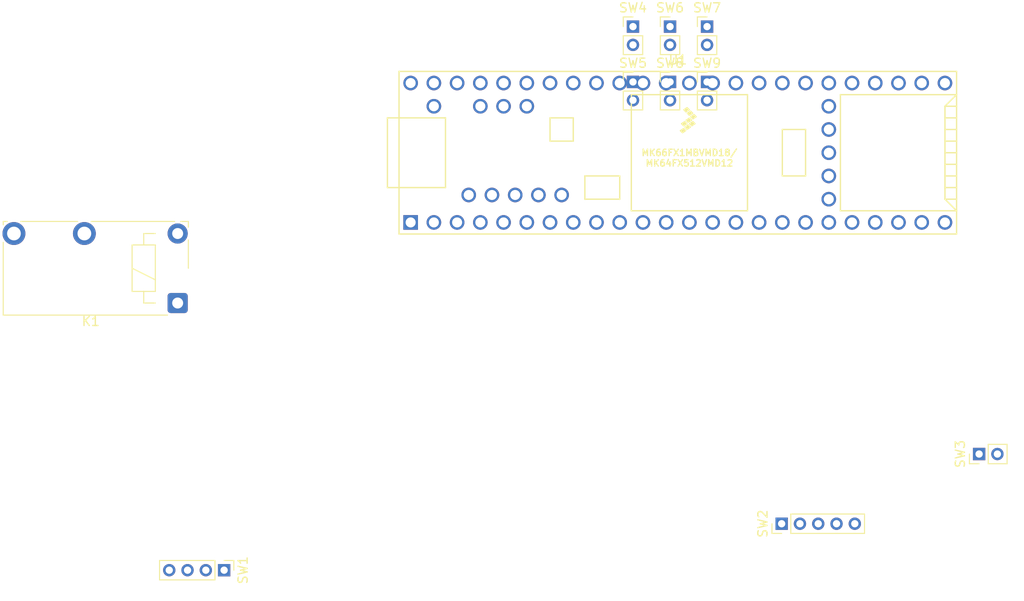
<source format=kicad_pcb>
(kicad_pcb (version 20171130) (host pcbnew "(5.1.2-1)-1")

  (general
    (thickness 1.6)
    (drawings 0)
    (tracks 0)
    (zones 0)
    (modules 11)
    (nets 13)
  )

  (page A4)
  (layers
    (0 F.Cu signal)
    (31 B.Cu signal)
    (32 B.Adhes user)
    (33 F.Adhes user)
    (34 B.Paste user)
    (35 F.Paste user)
    (36 B.SilkS user)
    (37 F.SilkS user)
    (38 B.Mask user)
    (39 F.Mask user)
    (40 Dwgs.User user)
    (41 Cmts.User user)
    (42 Eco1.User user)
    (43 Eco2.User user)
    (44 Edge.Cuts user)
    (45 Margin user)
    (46 B.CrtYd user)
    (47 F.CrtYd user)
    (48 B.Fab user)
    (49 F.Fab user)
  )

  (setup
    (last_trace_width 0.25)
    (trace_clearance 0.2)
    (zone_clearance 0.508)
    (zone_45_only no)
    (trace_min 0.2)
    (via_size 0.8)
    (via_drill 0.4)
    (via_min_size 0.4)
    (via_min_drill 0.3)
    (uvia_size 0.3)
    (uvia_drill 0.1)
    (uvias_allowed no)
    (uvia_min_size 0.2)
    (uvia_min_drill 0.1)
    (edge_width 0.05)
    (segment_width 0.2)
    (pcb_text_width 0.3)
    (pcb_text_size 1.5 1.5)
    (mod_edge_width 0.12)
    (mod_text_size 1 1)
    (mod_text_width 0.15)
    (pad_size 1.524 1.524)
    (pad_drill 0.762)
    (pad_to_mask_clearance 0.051)
    (solder_mask_min_width 0.25)
    (aux_axis_origin 0 0)
    (visible_elements FFFFFF7F)
    (pcbplotparams
      (layerselection 0x010fc_ffffffff)
      (usegerberextensions false)
      (usegerberattributes false)
      (usegerberadvancedattributes false)
      (creategerberjobfile false)
      (excludeedgelayer true)
      (linewidth 0.100000)
      (plotframeref false)
      (viasonmask false)
      (mode 1)
      (useauxorigin false)
      (hpglpennumber 1)
      (hpglpenspeed 20)
      (hpglpendiameter 15.000000)
      (psnegative false)
      (psa4output false)
      (plotreference true)
      (plotvalue true)
      (plotinvisibletext false)
      (padsonsilk false)
      (subtractmaskfromsilk false)
      (outputformat 1)
      (mirror false)
      (drillshape 1)
      (scaleselection 1)
      (outputdirectory ""))
  )

  (net 0 "")
  (net 1 GND)
  (net 2 "Net-(K1-Pad1)")
  (net 3 /U1_3.3v)
  (net 4 /3.3v_PWR)
  (net 5 /SAS_P4)
  (net 6 /SAS_P2)
  (net 7 /SAS_P1)
  (net 8 /RCS_TOGGLE)
  (net 9 /5v_PWR)
  (net 10 /ABORT)
  (net 11 /SAS_TOGGLE)
  (net 12 /SAS_SELECT)

  (net_class Default "This is the default net class."
    (clearance 0.2)
    (trace_width 0.25)
    (via_dia 0.8)
    (via_drill 0.4)
    (uvia_dia 0.3)
    (uvia_drill 0.1)
    (add_net +5V)
    (add_net /3.3v_PWR)
    (add_net /5v_PWR)
    (add_net /ABORT)
    (add_net /BRAKES_TOGGLE)
    (add_net /GEAR_TOGGLE)
    (add_net /LIGHTS_TOGGLE)
    (add_net /RCS_TOGGLE)
    (add_net /SAS_P1)
    (add_net /SAS_P2)
    (add_net /SAS_P4)
    (add_net /SAS_P8)
    (add_net /SAS_SELECT)
    (add_net /SAS_TOGGLE)
    (add_net /U1_3.3v)
    (add_net GND)
    (add_net "Net-(K1-Pad1)")
    (add_net "Net-(U1-Pad10)")
    (add_net "Net-(U1-Pad11)")
    (add_net "Net-(U1-Pad12)")
    (add_net "Net-(U1-Pad2)")
    (add_net "Net-(U1-Pad23)")
    (add_net "Net-(U1-Pad24)")
    (add_net "Net-(U1-Pad25)")
    (add_net "Net-(U1-Pad26)")
    (add_net "Net-(U1-Pad27)")
    (add_net "Net-(U1-Pad28)")
    (add_net "Net-(U1-Pad29)")
    (add_net "Net-(U1-Pad3)")
    (add_net "Net-(U1-Pad30)")
    (add_net "Net-(U1-Pad31)")
    (add_net "Net-(U1-Pad32)")
    (add_net "Net-(U1-Pad33)")
    (add_net "Net-(U1-Pad34)")
    (add_net "Net-(U1-Pad35)")
    (add_net "Net-(U1-Pad36)")
    (add_net "Net-(U1-Pad37)")
    (add_net "Net-(U1-Pad38)")
    (add_net "Net-(U1-Pad39)")
    (add_net "Net-(U1-Pad4)")
    (add_net "Net-(U1-Pad40)")
    (add_net "Net-(U1-Pad41)")
    (add_net "Net-(U1-Pad42)")
    (add_net "Net-(U1-Pad43)")
    (add_net "Net-(U1-Pad44)")
    (add_net "Net-(U1-Pad45)")
    (add_net "Net-(U1-Pad46)")
    (add_net "Net-(U1-Pad47)")
    (add_net "Net-(U1-Pad48)")
    (add_net "Net-(U1-Pad49)")
    (add_net "Net-(U1-Pad5)")
    (add_net "Net-(U1-Pad50)")
    (add_net "Net-(U1-Pad51)")
    (add_net "Net-(U1-Pad52)")
    (add_net "Net-(U1-Pad53)")
    (add_net "Net-(U1-Pad54)")
    (add_net "Net-(U1-Pad55)")
    (add_net "Net-(U1-Pad56)")
    (add_net "Net-(U1-Pad57)")
    (add_net "Net-(U1-Pad6)")
    (add_net "Net-(U1-Pad7)")
    (add_net "Net-(U1-Pad8)")
    (add_net "Net-(U1-Pad9)")
  )

  (module Connector_PinHeader_2.00mm:PinHeader_1x02_P2.00mm_Vertical (layer F.Cu) (tedit 59FED667) (tstamp 5DB06B3E)
    (at 211.555001 58.375001)
    (descr "Through hole straight pin header, 1x02, 2.00mm pitch, single row")
    (tags "Through hole pin header THT 1x02 2.00mm single row")
    (path /5DB4ACCB)
    (fp_text reference SW9 (at 0 -2.06) (layer F.SilkS)
      (effects (font (size 1 1) (thickness 0.15)))
    )
    (fp_text value SW_Push (at 0 4.06) (layer F.Fab)
      (effects (font (size 1 1) (thickness 0.15)))
    )
    (fp_text user %R (at 0 1 90) (layer F.Fab)
      (effects (font (size 1 1) (thickness 0.15)))
    )
    (fp_line (start 1.5 -1.5) (end -1.5 -1.5) (layer F.CrtYd) (width 0.05))
    (fp_line (start 1.5 3.5) (end 1.5 -1.5) (layer F.CrtYd) (width 0.05))
    (fp_line (start -1.5 3.5) (end 1.5 3.5) (layer F.CrtYd) (width 0.05))
    (fp_line (start -1.5 -1.5) (end -1.5 3.5) (layer F.CrtYd) (width 0.05))
    (fp_line (start -1.06 -1.06) (end 0 -1.06) (layer F.SilkS) (width 0.12))
    (fp_line (start -1.06 0) (end -1.06 -1.06) (layer F.SilkS) (width 0.12))
    (fp_line (start -1.06 1) (end 1.06 1) (layer F.SilkS) (width 0.12))
    (fp_line (start 1.06 1) (end 1.06 3.06) (layer F.SilkS) (width 0.12))
    (fp_line (start -1.06 1) (end -1.06 3.06) (layer F.SilkS) (width 0.12))
    (fp_line (start -1.06 3.06) (end 1.06 3.06) (layer F.SilkS) (width 0.12))
    (fp_line (start -1 -0.5) (end -0.5 -1) (layer F.Fab) (width 0.1))
    (fp_line (start -1 3) (end -1 -0.5) (layer F.Fab) (width 0.1))
    (fp_line (start 1 3) (end -1 3) (layer F.Fab) (width 0.1))
    (fp_line (start 1 -1) (end 1 3) (layer F.Fab) (width 0.1))
    (fp_line (start -0.5 -1) (end 1 -1) (layer F.Fab) (width 0.1))
    (pad 2 thru_hole oval (at 0 2) (size 1.35 1.35) (drill 0.8) (layers *.Cu *.Mask)
      (net 12 /SAS_SELECT))
    (pad 1 thru_hole rect (at 0 0) (size 1.35 1.35) (drill 0.8) (layers *.Cu *.Mask)
      (net 4 /3.3v_PWR))
    (model ${KISYS3DMOD}/Connector_PinHeader_2.00mm.3dshapes/PinHeader_1x02_P2.00mm_Vertical.wrl
      (at (xyz 0 0 0))
      (scale (xyz 1 1 1))
      (rotate (xyz 0 0 0))
    )
  )

  (module Connector_PinHeader_2.00mm:PinHeader_1x02_P2.00mm_Vertical (layer F.Cu) (tedit 59FED667) (tstamp 5DB06B28)
    (at 207.505001 58.375001)
    (descr "Through hole straight pin header, 1x02, 2.00mm pitch, single row")
    (tags "Through hole pin header THT 1x02 2.00mm single row")
    (path /5DB48EF3)
    (fp_text reference SW8 (at 0 -2.06) (layer F.SilkS)
      (effects (font (size 1 1) (thickness 0.15)))
    )
    (fp_text value SW_SPST (at 0 4.06) (layer F.Fab)
      (effects (font (size 1 1) (thickness 0.15)))
    )
    (fp_text user %R (at 0 1 90) (layer F.Fab)
      (effects (font (size 1 1) (thickness 0.15)))
    )
    (fp_line (start 1.5 -1.5) (end -1.5 -1.5) (layer F.CrtYd) (width 0.05))
    (fp_line (start 1.5 3.5) (end 1.5 -1.5) (layer F.CrtYd) (width 0.05))
    (fp_line (start -1.5 3.5) (end 1.5 3.5) (layer F.CrtYd) (width 0.05))
    (fp_line (start -1.5 -1.5) (end -1.5 3.5) (layer F.CrtYd) (width 0.05))
    (fp_line (start -1.06 -1.06) (end 0 -1.06) (layer F.SilkS) (width 0.12))
    (fp_line (start -1.06 0) (end -1.06 -1.06) (layer F.SilkS) (width 0.12))
    (fp_line (start -1.06 1) (end 1.06 1) (layer F.SilkS) (width 0.12))
    (fp_line (start 1.06 1) (end 1.06 3.06) (layer F.SilkS) (width 0.12))
    (fp_line (start -1.06 1) (end -1.06 3.06) (layer F.SilkS) (width 0.12))
    (fp_line (start -1.06 3.06) (end 1.06 3.06) (layer F.SilkS) (width 0.12))
    (fp_line (start -1 -0.5) (end -0.5 -1) (layer F.Fab) (width 0.1))
    (fp_line (start -1 3) (end -1 -0.5) (layer F.Fab) (width 0.1))
    (fp_line (start 1 3) (end -1 3) (layer F.Fab) (width 0.1))
    (fp_line (start 1 -1) (end 1 3) (layer F.Fab) (width 0.1))
    (fp_line (start -0.5 -1) (end 1 -1) (layer F.Fab) (width 0.1))
    (pad 2 thru_hole oval (at 0 2) (size 1.35 1.35) (drill 0.8) (layers *.Cu *.Mask))
    (pad 1 thru_hole rect (at 0 0) (size 1.35 1.35) (drill 0.8) (layers *.Cu *.Mask)
      (net 9 /5v_PWR))
    (model ${KISYS3DMOD}/Connector_PinHeader_2.00mm.3dshapes/PinHeader_1x02_P2.00mm_Vertical.wrl
      (at (xyz 0 0 0))
      (scale (xyz 1 1 1))
      (rotate (xyz 0 0 0))
    )
  )

  (module Connector_PinHeader_2.00mm:PinHeader_1x02_P2.00mm_Vertical (layer F.Cu) (tedit 59FED667) (tstamp 5DB06B12)
    (at 211.555001 52.325001)
    (descr "Through hole straight pin header, 1x02, 2.00mm pitch, single row")
    (tags "Through hole pin header THT 1x02 2.00mm single row")
    (path /5DB48C3A)
    (fp_text reference SW7 (at 0 -2.06) (layer F.SilkS)
      (effects (font (size 1 1) (thickness 0.15)))
    )
    (fp_text value SW_SPST (at 0 4.06) (layer F.Fab)
      (effects (font (size 1 1) (thickness 0.15)))
    )
    (fp_text user %R (at 0 1 90) (layer F.Fab)
      (effects (font (size 1 1) (thickness 0.15)))
    )
    (fp_line (start 1.5 -1.5) (end -1.5 -1.5) (layer F.CrtYd) (width 0.05))
    (fp_line (start 1.5 3.5) (end 1.5 -1.5) (layer F.CrtYd) (width 0.05))
    (fp_line (start -1.5 3.5) (end 1.5 3.5) (layer F.CrtYd) (width 0.05))
    (fp_line (start -1.5 -1.5) (end -1.5 3.5) (layer F.CrtYd) (width 0.05))
    (fp_line (start -1.06 -1.06) (end 0 -1.06) (layer F.SilkS) (width 0.12))
    (fp_line (start -1.06 0) (end -1.06 -1.06) (layer F.SilkS) (width 0.12))
    (fp_line (start -1.06 1) (end 1.06 1) (layer F.SilkS) (width 0.12))
    (fp_line (start 1.06 1) (end 1.06 3.06) (layer F.SilkS) (width 0.12))
    (fp_line (start -1.06 1) (end -1.06 3.06) (layer F.SilkS) (width 0.12))
    (fp_line (start -1.06 3.06) (end 1.06 3.06) (layer F.SilkS) (width 0.12))
    (fp_line (start -1 -0.5) (end -0.5 -1) (layer F.Fab) (width 0.1))
    (fp_line (start -1 3) (end -1 -0.5) (layer F.Fab) (width 0.1))
    (fp_line (start 1 3) (end -1 3) (layer F.Fab) (width 0.1))
    (fp_line (start 1 -1) (end 1 3) (layer F.Fab) (width 0.1))
    (fp_line (start -0.5 -1) (end 1 -1) (layer F.Fab) (width 0.1))
    (pad 2 thru_hole oval (at 0 2) (size 1.35 1.35) (drill 0.8) (layers *.Cu *.Mask))
    (pad 1 thru_hole rect (at 0 0) (size 1.35 1.35) (drill 0.8) (layers *.Cu *.Mask)
      (net 9 /5v_PWR))
    (model ${KISYS3DMOD}/Connector_PinHeader_2.00mm.3dshapes/PinHeader_1x02_P2.00mm_Vertical.wrl
      (at (xyz 0 0 0))
      (scale (xyz 1 1 1))
      (rotate (xyz 0 0 0))
    )
  )

  (module Connector_PinHeader_2.00mm:PinHeader_1x02_P2.00mm_Vertical (layer F.Cu) (tedit 59FED667) (tstamp 5DB06AFC)
    (at 207.505001 52.325001)
    (descr "Through hole straight pin header, 1x02, 2.00mm pitch, single row")
    (tags "Through hole pin header THT 1x02 2.00mm single row")
    (path /5DB5674E)
    (fp_text reference SW6 (at 0 -2.06) (layer F.SilkS)
      (effects (font (size 1 1) (thickness 0.15)))
    )
    (fp_text value SW_SPST (at 0 4.06) (layer F.Fab)
      (effects (font (size 1 1) (thickness 0.15)))
    )
    (fp_text user %R (at 0 1 90) (layer F.Fab)
      (effects (font (size 1 1) (thickness 0.15)))
    )
    (fp_line (start 1.5 -1.5) (end -1.5 -1.5) (layer F.CrtYd) (width 0.05))
    (fp_line (start 1.5 3.5) (end 1.5 -1.5) (layer F.CrtYd) (width 0.05))
    (fp_line (start -1.5 3.5) (end 1.5 3.5) (layer F.CrtYd) (width 0.05))
    (fp_line (start -1.5 -1.5) (end -1.5 3.5) (layer F.CrtYd) (width 0.05))
    (fp_line (start -1.06 -1.06) (end 0 -1.06) (layer F.SilkS) (width 0.12))
    (fp_line (start -1.06 0) (end -1.06 -1.06) (layer F.SilkS) (width 0.12))
    (fp_line (start -1.06 1) (end 1.06 1) (layer F.SilkS) (width 0.12))
    (fp_line (start 1.06 1) (end 1.06 3.06) (layer F.SilkS) (width 0.12))
    (fp_line (start -1.06 1) (end -1.06 3.06) (layer F.SilkS) (width 0.12))
    (fp_line (start -1.06 3.06) (end 1.06 3.06) (layer F.SilkS) (width 0.12))
    (fp_line (start -1 -0.5) (end -0.5 -1) (layer F.Fab) (width 0.1))
    (fp_line (start -1 3) (end -1 -0.5) (layer F.Fab) (width 0.1))
    (fp_line (start 1 3) (end -1 3) (layer F.Fab) (width 0.1))
    (fp_line (start 1 -1) (end 1 3) (layer F.Fab) (width 0.1))
    (fp_line (start -0.5 -1) (end 1 -1) (layer F.Fab) (width 0.1))
    (pad 2 thru_hole oval (at 0 2) (size 1.35 1.35) (drill 0.8) (layers *.Cu *.Mask)
      (net 11 /SAS_TOGGLE))
    (pad 1 thru_hole rect (at 0 0) (size 1.35 1.35) (drill 0.8) (layers *.Cu *.Mask)
      (net 9 /5v_PWR))
    (model ${KISYS3DMOD}/Connector_PinHeader_2.00mm.3dshapes/PinHeader_1x02_P2.00mm_Vertical.wrl
      (at (xyz 0 0 0))
      (scale (xyz 1 1 1))
      (rotate (xyz 0 0 0))
    )
  )

  (module Connector_PinHeader_2.00mm:PinHeader_1x02_P2.00mm_Vertical (layer F.Cu) (tedit 59FED667) (tstamp 5DB06AE6)
    (at 203.455001 58.375001)
    (descr "Through hole straight pin header, 1x02, 2.00mm pitch, single row")
    (tags "Through hole pin header THT 1x02 2.00mm single row")
    (path /5DB45C9E)
    (fp_text reference SW5 (at 0 -2.06) (layer F.SilkS)
      (effects (font (size 1 1) (thickness 0.15)))
    )
    (fp_text value SW_Push (at 0 4.06) (layer F.Fab)
      (effects (font (size 1 1) (thickness 0.15)))
    )
    (fp_text user %R (at 0 1 90) (layer F.Fab)
      (effects (font (size 1 1) (thickness 0.15)))
    )
    (fp_line (start 1.5 -1.5) (end -1.5 -1.5) (layer F.CrtYd) (width 0.05))
    (fp_line (start 1.5 3.5) (end 1.5 -1.5) (layer F.CrtYd) (width 0.05))
    (fp_line (start -1.5 3.5) (end 1.5 3.5) (layer F.CrtYd) (width 0.05))
    (fp_line (start -1.5 -1.5) (end -1.5 3.5) (layer F.CrtYd) (width 0.05))
    (fp_line (start -1.06 -1.06) (end 0 -1.06) (layer F.SilkS) (width 0.12))
    (fp_line (start -1.06 0) (end -1.06 -1.06) (layer F.SilkS) (width 0.12))
    (fp_line (start -1.06 1) (end 1.06 1) (layer F.SilkS) (width 0.12))
    (fp_line (start 1.06 1) (end 1.06 3.06) (layer F.SilkS) (width 0.12))
    (fp_line (start -1.06 1) (end -1.06 3.06) (layer F.SilkS) (width 0.12))
    (fp_line (start -1.06 3.06) (end 1.06 3.06) (layer F.SilkS) (width 0.12))
    (fp_line (start -1 -0.5) (end -0.5 -1) (layer F.Fab) (width 0.1))
    (fp_line (start -1 3) (end -1 -0.5) (layer F.Fab) (width 0.1))
    (fp_line (start 1 3) (end -1 3) (layer F.Fab) (width 0.1))
    (fp_line (start 1 -1) (end 1 3) (layer F.Fab) (width 0.1))
    (fp_line (start -0.5 -1) (end 1 -1) (layer F.Fab) (width 0.1))
    (pad 2 thru_hole oval (at 0 2) (size 1.35 1.35) (drill 0.8) (layers *.Cu *.Mask)
      (net 10 /ABORT))
    (pad 1 thru_hole rect (at 0 0) (size 1.35 1.35) (drill 0.8) (layers *.Cu *.Mask)
      (net 4 /3.3v_PWR))
    (model ${KISYS3DMOD}/Connector_PinHeader_2.00mm.3dshapes/PinHeader_1x02_P2.00mm_Vertical.wrl
      (at (xyz 0 0 0))
      (scale (xyz 1 1 1))
      (rotate (xyz 0 0 0))
    )
  )

  (module Connector_PinHeader_2.00mm:PinHeader_1x02_P2.00mm_Vertical (layer F.Cu) (tedit 59FED667) (tstamp 5DB06AD0)
    (at 203.455001 52.325001)
    (descr "Through hole straight pin header, 1x02, 2.00mm pitch, single row")
    (tags "Through hole pin header THT 1x02 2.00mm single row")
    (path /5DB499A1)
    (fp_text reference SW4 (at 0 -2.06) (layer F.SilkS)
      (effects (font (size 1 1) (thickness 0.15)))
    )
    (fp_text value SW_SPST (at 0 4.06) (layer F.Fab)
      (effects (font (size 1 1) (thickness 0.15)))
    )
    (fp_text user %R (at 0 1 90) (layer F.Fab)
      (effects (font (size 1 1) (thickness 0.15)))
    )
    (fp_line (start 1.5 -1.5) (end -1.5 -1.5) (layer F.CrtYd) (width 0.05))
    (fp_line (start 1.5 3.5) (end 1.5 -1.5) (layer F.CrtYd) (width 0.05))
    (fp_line (start -1.5 3.5) (end 1.5 3.5) (layer F.CrtYd) (width 0.05))
    (fp_line (start -1.5 -1.5) (end -1.5 3.5) (layer F.CrtYd) (width 0.05))
    (fp_line (start -1.06 -1.06) (end 0 -1.06) (layer F.SilkS) (width 0.12))
    (fp_line (start -1.06 0) (end -1.06 -1.06) (layer F.SilkS) (width 0.12))
    (fp_line (start -1.06 1) (end 1.06 1) (layer F.SilkS) (width 0.12))
    (fp_line (start 1.06 1) (end 1.06 3.06) (layer F.SilkS) (width 0.12))
    (fp_line (start -1.06 1) (end -1.06 3.06) (layer F.SilkS) (width 0.12))
    (fp_line (start -1.06 3.06) (end 1.06 3.06) (layer F.SilkS) (width 0.12))
    (fp_line (start -1 -0.5) (end -0.5 -1) (layer F.Fab) (width 0.1))
    (fp_line (start -1 3) (end -1 -0.5) (layer F.Fab) (width 0.1))
    (fp_line (start 1 3) (end -1 3) (layer F.Fab) (width 0.1))
    (fp_line (start 1 -1) (end 1 3) (layer F.Fab) (width 0.1))
    (fp_line (start -0.5 -1) (end 1 -1) (layer F.Fab) (width 0.1))
    (pad 2 thru_hole oval (at 0 2) (size 1.35 1.35) (drill 0.8) (layers *.Cu *.Mask))
    (pad 1 thru_hole rect (at 0 0) (size 1.35 1.35) (drill 0.8) (layers *.Cu *.Mask)
      (net 9 /5v_PWR))
    (model ${KISYS3DMOD}/Connector_PinHeader_2.00mm.3dshapes/PinHeader_1x02_P2.00mm_Vertical.wrl
      (at (xyz 0 0 0))
      (scale (xyz 1 1 1))
      (rotate (xyz 0 0 0))
    )
  )

  (module Teensey:Teensy35_36 (layer F.Cu) (tedit 5D52142A) (tstamp 5DB03BD2)
    (at 208.355001 66.115001)
    (path /5DAFFFA4)
    (fp_text reference U1 (at 0 -10.16) (layer F.SilkS)
      (effects (font (size 1 1) (thickness 0.15)))
    )
    (fp_text value Teensy3.5 (at 0 10.16) (layer F.Fab)
      (effects (font (size 1 1) (thickness 0.15)))
    )
    (fp_text user MK64FX512VMD12 (at 1.27 1.143) (layer F.SilkS)
      (effects (font (size 0.7 0.7) (thickness 0.15)))
    )
    (fp_text user MK66FX1MBVMD18/ (at 1.27 0) (layer F.SilkS)
      (effects (font (size 0.7 0.7) (thickness 0.15)))
    )
    (fp_poly (pts (xy 1.27 -3.81) (xy 1.524 -3.556) (xy 1.143 -3.302) (xy 0.889 -3.556)) (layer F.SilkS) (width 0.1))
    (fp_poly (pts (xy 1.397 -4.572) (xy 1.651 -4.318) (xy 1.27 -4.064) (xy 1.016 -4.318)) (layer F.SilkS) (width 0.1))
    (fp_poly (pts (xy 1.651 -3.429) (xy 1.905 -3.175) (xy 1.524 -2.921) (xy 1.27 -3.175)) (layer F.SilkS) (width 0.1))
    (fp_poly (pts (xy 1.143 -3.048) (xy 1.397 -2.794) (xy 1.016 -2.54) (xy 0.762 -2.794)) (layer F.SilkS) (width 0.1))
    (fp_poly (pts (xy 1.778 -4.191) (xy 2.032 -3.937) (xy 1.651 -3.683) (xy 1.397 -3.937)) (layer F.SilkS) (width 0.1))
    (fp_poly (pts (xy 0.635 -2.667) (xy 0.889 -2.413) (xy 0.508 -2.159) (xy 0.254 -2.413)) (layer F.SilkS) (width 0.1))
    (fp_poly (pts (xy 0.762 -3.429) (xy 1.016 -3.175) (xy 0.635 -2.921) (xy 0.381 -3.175)) (layer F.SilkS) (width 0.1))
    (fp_poly (pts (xy 1.016 -4.953) (xy 1.27 -4.699) (xy 0.889 -4.445) (xy 0.635 -4.699)) (layer F.SilkS) (width 0.1))
    (fp_line (start -30.48 8.89) (end -30.48 -8.89) (layer F.SilkS) (width 0.15))
    (fp_line (start 30.48 -8.89) (end 30.48 8.89) (layer F.SilkS) (width 0.15))
    (fp_line (start 11.43 -2.54) (end 13.97 -2.54) (layer F.SilkS) (width 0.15))
    (fp_line (start 11.43 2.54) (end 11.43 -2.54) (layer F.SilkS) (width 0.15))
    (fp_line (start 13.97 2.54) (end 11.43 2.54) (layer F.SilkS) (width 0.15))
    (fp_line (start 13.97 -2.54) (end 13.97 2.54) (layer F.SilkS) (width 0.15))
    (fp_line (start -25.4 3.81) (end -30.48 3.81) (layer F.SilkS) (width 0.15))
    (fp_line (start -25.4 -3.81) (end -30.48 -3.81) (layer F.SilkS) (width 0.15))
    (fp_line (start -25.4 3.81) (end -25.4 -3.81) (layer F.SilkS) (width 0.15))
    (fp_line (start -31.75 -3.81) (end -30.48 -3.81) (layer F.SilkS) (width 0.15))
    (fp_line (start -31.75 3.81) (end -31.75 -3.81) (layer F.SilkS) (width 0.15))
    (fp_line (start -30.48 3.81) (end -31.75 3.81) (layer F.SilkS) (width 0.15))
    (fp_line (start -30.48 8.89) (end 30.48 8.89) (layer F.SilkS) (width 0.15))
    (fp_line (start 30.48 -8.89) (end -30.48 -8.89) (layer F.SilkS) (width 0.15))
    (fp_line (start 17.78 6.35) (end 30.48 6.35) (layer F.SilkS) (width 0.15))
    (fp_line (start 17.78 -6.35) (end 17.78 6.35) (layer F.SilkS) (width 0.15))
    (fp_line (start 30.48 -6.35) (end 17.78 -6.35) (layer F.SilkS) (width 0.15))
    (fp_line (start 29.21 -5.08) (end 30.48 -6.35) (layer F.SilkS) (width 0.15))
    (fp_line (start 29.21 5.08) (end 29.21 -5.08) (layer F.SilkS) (width 0.15))
    (fp_line (start 30.48 6.35) (end 29.21 5.08) (layer F.SilkS) (width 0.15))
    (fp_line (start 29.21 -5.08) (end 30.48 -5.08) (layer F.SilkS) (width 0.15))
    (fp_line (start 29.21 -3.81) (end 30.48 -3.81) (layer F.SilkS) (width 0.15))
    (fp_line (start 29.21 -2.54) (end 30.48 -2.54) (layer F.SilkS) (width 0.15))
    (fp_line (start 29.21 -1.27) (end 30.48 -1.27) (layer F.SilkS) (width 0.15))
    (fp_line (start 29.21 0) (end 30.48 0) (layer F.SilkS) (width 0.15))
    (fp_line (start 29.21 1.27) (end 30.48 1.27) (layer F.SilkS) (width 0.15))
    (fp_line (start 29.21 2.54) (end 30.48 2.54) (layer F.SilkS) (width 0.15))
    (fp_line (start 29.21 3.81) (end 30.48 3.81) (layer F.SilkS) (width 0.15))
    (fp_line (start 29.21 5.08) (end 30.48 5.08) (layer F.SilkS) (width 0.15))
    (fp_line (start -5.08 -6.35) (end 7.62 -6.35) (layer F.SilkS) (width 0.15))
    (fp_line (start -5.08 6.35) (end 7.62 6.35) (layer F.SilkS) (width 0.15))
    (fp_line (start -5.08 -6.35) (end -5.08 6.35) (layer F.SilkS) (width 0.15))
    (fp_line (start 7.62 6.35) (end 7.62 -6.35) (layer F.SilkS) (width 0.15))
    (fp_line (start -6.35 2.54) (end -6.35 5.08) (layer F.SilkS) (width 0.15))
    (fp_line (start -10.16 2.54) (end -6.35 2.54) (layer F.SilkS) (width 0.15))
    (fp_line (start -10.16 5.08) (end -10.16 2.54) (layer F.SilkS) (width 0.15))
    (fp_line (start -6.35 5.08) (end -10.16 5.08) (layer F.SilkS) (width 0.15))
    (fp_line (start -11.43 -3.81) (end -13.97 -3.81) (layer F.SilkS) (width 0.15))
    (fp_line (start -11.43 -1.27) (end -11.43 -3.81) (layer F.SilkS) (width 0.15))
    (fp_line (start -13.97 -1.27) (end -11.43 -1.27) (layer F.SilkS) (width 0.15))
    (fp_line (start -13.97 -3.81) (end -13.97 -1.27) (layer F.SilkS) (width 0.15))
    (pad 62 thru_hole circle (at -12.7 4.62) (size 1.6 1.6) (drill 1.1) (layers *.Cu *.Mask))
    (pad 61 thru_hole circle (at -15.24 4.62) (size 1.6 1.6) (drill 1.1) (layers *.Cu *.Mask))
    (pad 60 thru_hole circle (at -17.78 4.62) (size 1.6 1.6) (drill 1.1) (layers *.Cu *.Mask))
    (pad 59 thru_hole circle (at -20.32 4.62) (size 1.6 1.6) (drill 1.1) (layers *.Cu *.Mask))
    (pad 58 thru_hole circle (at -22.86 4.62) (size 1.6 1.6) (drill 1.1) (layers *.Cu *.Mask))
    (pad 57 thru_hole circle (at -16.51 -5.08) (size 1.6 1.6) (drill 1.1) (layers *.Cu *.Mask))
    (pad 56 thru_hole circle (at -19.05 -5.08) (size 1.6 1.6) (drill 1.1) (layers *.Cu *.Mask))
    (pad 55 thru_hole circle (at -21.59 -5.08) (size 1.6 1.6) (drill 1.1) (layers *.Cu *.Mask))
    (pad 54 thru_hole circle (at -26.67 -5.08) (size 1.6 1.6) (drill 1.1) (layers *.Cu *.Mask))
    (pad 53 thru_hole circle (at -29.21 -7.62) (size 1.6 1.6) (drill 1.1) (layers *.Cu *.Mask))
    (pad 52 thru_hole circle (at -26.67 -7.62) (size 1.6 1.6) (drill 1.1) (layers *.Cu *.Mask))
    (pad 51 thru_hole circle (at -24.13 -7.62) (size 1.6 1.6) (drill 1.1) (layers *.Cu *.Mask))
    (pad 50 thru_hole circle (at -21.59 -7.62) (size 1.6 1.6) (drill 1.1) (layers *.Cu *.Mask))
    (pad 49 thru_hole circle (at -19.05 -7.62) (size 1.6 1.6) (drill 1.1) (layers *.Cu *.Mask))
    (pad 48 thru_hole circle (at -16.51 -7.62) (size 1.6 1.6) (drill 1.1) (layers *.Cu *.Mask))
    (pad 47 thru_hole circle (at -13.97 -7.62) (size 1.6 1.6) (drill 1.1) (layers *.Cu *.Mask))
    (pad 46 thru_hole circle (at -11.43 -7.62) (size 1.6 1.6) (drill 1.1) (layers *.Cu *.Mask))
    (pad 45 thru_hole circle (at -8.89 -7.62) (size 1.6 1.6) (drill 1.1) (layers *.Cu *.Mask))
    (pad 44 thru_hole circle (at -6.35 -7.62) (size 1.6 1.6) (drill 1.1) (layers *.Cu *.Mask))
    (pad 43 thru_hole circle (at -3.81 -7.62) (size 1.6 1.6) (drill 1.1) (layers *.Cu *.Mask))
    (pad 42 thru_hole circle (at -1.27 -7.62) (size 1.6 1.6) (drill 1.1) (layers *.Cu *.Mask))
    (pad 41 thru_hole circle (at 1.27 -7.62) (size 1.6 1.6) (drill 1.1) (layers *.Cu *.Mask))
    (pad 40 thru_hole circle (at 3.81 -7.62) (size 1.6 1.6) (drill 1.1) (layers *.Cu *.Mask))
    (pad 39 thru_hole circle (at 6.35 -7.62) (size 1.6 1.6) (drill 1.1) (layers *.Cu *.Mask))
    (pad 38 thru_hole circle (at 8.89 -7.62) (size 1.6 1.6) (drill 1.1) (layers *.Cu *.Mask))
    (pad 1 thru_hole rect (at -29.21 7.62) (size 1.6 1.6) (drill 1.1) (layers *.Cu *.Mask)
      (net 1 GND))
    (pad 2 thru_hole circle (at -26.67 7.62) (size 1.6 1.6) (drill 1.1) (layers *.Cu *.Mask))
    (pad 3 thru_hole circle (at -24.13 7.62) (size 1.6 1.6) (drill 1.1) (layers *.Cu *.Mask))
    (pad 4 thru_hole circle (at -21.59 7.62) (size 1.6 1.6) (drill 1.1) (layers *.Cu *.Mask))
    (pad 5 thru_hole circle (at -19.05 7.62) (size 1.6 1.6) (drill 1.1) (layers *.Cu *.Mask))
    (pad 6 thru_hole circle (at -16.51 7.62) (size 1.6 1.6) (drill 1.1) (layers *.Cu *.Mask))
    (pad 7 thru_hole circle (at -13.97 7.62) (size 1.6 1.6) (drill 1.1) (layers *.Cu *.Mask))
    (pad 8 thru_hole circle (at -11.43 7.62) (size 1.6 1.6) (drill 1.1) (layers *.Cu *.Mask))
    (pad 9 thru_hole circle (at -8.89 7.62) (size 1.6 1.6) (drill 1.1) (layers *.Cu *.Mask))
    (pad 10 thru_hole circle (at -6.35 7.62) (size 1.6 1.6) (drill 1.1) (layers *.Cu *.Mask))
    (pad 11 thru_hole circle (at -3.81 7.62) (size 1.6 1.6) (drill 1.1) (layers *.Cu *.Mask))
    (pad 12 thru_hole circle (at -1.27 7.62) (size 1.6 1.6) (drill 1.1) (layers *.Cu *.Mask))
    (pad 13 thru_hole circle (at 1.27 7.62) (size 1.6 1.6) (drill 1.1) (layers *.Cu *.Mask)
      (net 12 /SAS_SELECT))
    (pad 37 thru_hole circle (at 11.43 -7.62) (size 1.6 1.6) (drill 1.1) (layers *.Cu *.Mask))
    (pad 36 thru_hole circle (at 13.97 -7.62) (size 1.6 1.6) (drill 1.1) (layers *.Cu *.Mask))
    (pad 35 thru_hole circle (at 16.51 -7.62) (size 1.6 1.6) (drill 1.1) (layers *.Cu *.Mask))
    (pad 34 thru_hole circle (at 19.05 -7.62) (size 1.6 1.6) (drill 1.1) (layers *.Cu *.Mask))
    (pad 33 thru_hole circle (at 21.59 -7.62) (size 1.6 1.6) (drill 1.1) (layers *.Cu *.Mask))
    (pad 32 thru_hole circle (at 24.13 -7.62) (size 1.6 1.6) (drill 1.1) (layers *.Cu *.Mask))
    (pad 31 thru_hole circle (at 26.67 -7.62) (size 1.6 1.6) (drill 1.1) (layers *.Cu *.Mask))
    (pad 30 thru_hole circle (at 29.21 -7.62) (size 1.6 1.6) (drill 1.1) (layers *.Cu *.Mask))
    (pad 29 thru_hole circle (at 16.51 -5.08) (size 1.6 1.6) (drill 1.1) (layers *.Cu *.Mask))
    (pad 28 thru_hole circle (at 16.51 -2.54) (size 1.6 1.6) (drill 1.1) (layers *.Cu *.Mask))
    (pad 27 thru_hole circle (at 16.51 0) (size 1.6 1.6) (drill 1.1) (layers *.Cu *.Mask))
    (pad 26 thru_hole circle (at 16.51 2.54) (size 1.6 1.6) (drill 1.1) (layers *.Cu *.Mask))
    (pad 25 thru_hole circle (at 16.51 5.08) (size 1.6 1.6) (drill 1.1) (layers *.Cu *.Mask))
    (pad 24 thru_hole circle (at 29.21 7.62) (size 1.6 1.6) (drill 1.1) (layers *.Cu *.Mask))
    (pad 23 thru_hole circle (at 26.67 7.62) (size 1.6 1.6) (drill 1.1) (layers *.Cu *.Mask))
    (pad 22 thru_hole circle (at 24.13 7.62) (size 1.6 1.6) (drill 1.1) (layers *.Cu *.Mask)
      (net 10 /ABORT))
    (pad 21 thru_hole circle (at 21.59 7.62) (size 1.6 1.6) (drill 1.1) (layers *.Cu *.Mask)
      (net 8 /RCS_TOGGLE))
    (pad 14 thru_hole circle (at 3.81 7.62) (size 1.6 1.6) (drill 1.1) (layers *.Cu *.Mask)
      (net 11 /SAS_TOGGLE))
    (pad 15 thru_hole circle (at 6.35 7.62) (size 1.6 1.6) (drill 1.1) (layers *.Cu *.Mask)
      (net 3 /U1_3.3v))
    (pad 16 thru_hole circle (at 8.89 7.62) (size 1.6 1.6) (drill 1.1) (layers *.Cu *.Mask)
      (net 4 /3.3v_PWR))
    (pad 20 thru_hole circle (at 19.05 7.62) (size 1.6 1.6) (drill 1.1) (layers *.Cu *.Mask))
    (pad 19 thru_hole circle (at 16.51 7.62) (size 1.6 1.6) (drill 1.1) (layers *.Cu *.Mask)
      (net 5 /SAS_P4))
    (pad 18 thru_hole circle (at 13.97 7.62) (size 1.6 1.6) (drill 1.1) (layers *.Cu *.Mask)
      (net 6 /SAS_P2))
    (pad 17 thru_hole circle (at 11.43 7.62) (size 1.6 1.6) (drill 1.1) (layers *.Cu *.Mask)
      (net 7 /SAS_P1))
  )

  (module Connector_PinHeader_2.00mm:PinHeader_1x02_P2.00mm_Vertical (layer F.Cu) (tedit 59FED667) (tstamp 5DB03B5D)
    (at 241.3 99.06 90)
    (descr "Through hole straight pin header, 1x02, 2.00mm pitch, single row")
    (tags "Through hole pin header THT 1x02 2.00mm single row")
    (path /5DB3ED4C)
    (fp_text reference SW3 (at 0 -2.06 90) (layer F.SilkS)
      (effects (font (size 1 1) (thickness 0.15)))
    )
    (fp_text value SW_SPST (at 0 4.06 90) (layer F.Fab)
      (effects (font (size 1 1) (thickness 0.15)))
    )
    (fp_text user %R (at 0 1) (layer F.Fab)
      (effects (font (size 1 1) (thickness 0.15)))
    )
    (fp_line (start 1.5 -1.5) (end -1.5 -1.5) (layer F.CrtYd) (width 0.05))
    (fp_line (start 1.5 3.5) (end 1.5 -1.5) (layer F.CrtYd) (width 0.05))
    (fp_line (start -1.5 3.5) (end 1.5 3.5) (layer F.CrtYd) (width 0.05))
    (fp_line (start -1.5 -1.5) (end -1.5 3.5) (layer F.CrtYd) (width 0.05))
    (fp_line (start -1.06 -1.06) (end 0 -1.06) (layer F.SilkS) (width 0.12))
    (fp_line (start -1.06 0) (end -1.06 -1.06) (layer F.SilkS) (width 0.12))
    (fp_line (start -1.06 1) (end 1.06 1) (layer F.SilkS) (width 0.12))
    (fp_line (start 1.06 1) (end 1.06 3.06) (layer F.SilkS) (width 0.12))
    (fp_line (start -1.06 1) (end -1.06 3.06) (layer F.SilkS) (width 0.12))
    (fp_line (start -1.06 3.06) (end 1.06 3.06) (layer F.SilkS) (width 0.12))
    (fp_line (start -1 -0.5) (end -0.5 -1) (layer F.Fab) (width 0.1))
    (fp_line (start -1 3) (end -1 -0.5) (layer F.Fab) (width 0.1))
    (fp_line (start 1 3) (end -1 3) (layer F.Fab) (width 0.1))
    (fp_line (start 1 -1) (end 1 3) (layer F.Fab) (width 0.1))
    (fp_line (start -0.5 -1) (end 1 -1) (layer F.Fab) (width 0.1))
    (pad 2 thru_hole oval (at 0 2 90) (size 1.35 1.35) (drill 0.8) (layers *.Cu *.Mask)
      (net 8 /RCS_TOGGLE))
    (pad 1 thru_hole rect (at 0 0 90) (size 1.35 1.35) (drill 0.8) (layers *.Cu *.Mask)
      (net 9 /5v_PWR))
    (model ${KISYS3DMOD}/Connector_PinHeader_2.00mm.3dshapes/PinHeader_1x02_P2.00mm_Vertical.wrl
      (at (xyz 0 0 0))
      (scale (xyz 1 1 1))
      (rotate (xyz 0 0 0))
    )
  )

  (module Connector_PinHeader_2.00mm:PinHeader_1x05_P2.00mm_Vertical (layer F.Cu) (tedit 59FED667) (tstamp 5DB03B47)
    (at 219.71 106.68 90)
    (descr "Through hole straight pin header, 1x05, 2.00mm pitch, single row")
    (tags "Through hole pin header THT 1x05 2.00mm single row")
    (path /5DAF1327)
    (fp_text reference SW2 (at 0 -2.06 90) (layer F.SilkS)
      (effects (font (size 1 1) (thickness 0.15)))
    )
    (fp_text value SW_Coded_SH-7010 (at 0 10.06 90) (layer F.Fab)
      (effects (font (size 1 1) (thickness 0.15)))
    )
    (fp_text user %R (at 0 4) (layer F.Fab)
      (effects (font (size 1 1) (thickness 0.15)))
    )
    (fp_line (start 1.5 -1.5) (end -1.5 -1.5) (layer F.CrtYd) (width 0.05))
    (fp_line (start 1.5 9.5) (end 1.5 -1.5) (layer F.CrtYd) (width 0.05))
    (fp_line (start -1.5 9.5) (end 1.5 9.5) (layer F.CrtYd) (width 0.05))
    (fp_line (start -1.5 -1.5) (end -1.5 9.5) (layer F.CrtYd) (width 0.05))
    (fp_line (start -1.06 -1.06) (end 0 -1.06) (layer F.SilkS) (width 0.12))
    (fp_line (start -1.06 0) (end -1.06 -1.06) (layer F.SilkS) (width 0.12))
    (fp_line (start -1.06 1) (end 1.06 1) (layer F.SilkS) (width 0.12))
    (fp_line (start 1.06 1) (end 1.06 9.06) (layer F.SilkS) (width 0.12))
    (fp_line (start -1.06 1) (end -1.06 9.06) (layer F.SilkS) (width 0.12))
    (fp_line (start -1.06 9.06) (end 1.06 9.06) (layer F.SilkS) (width 0.12))
    (fp_line (start -1 -0.5) (end -0.5 -1) (layer F.Fab) (width 0.1))
    (fp_line (start -1 9) (end -1 -0.5) (layer F.Fab) (width 0.1))
    (fp_line (start 1 9) (end -1 9) (layer F.Fab) (width 0.1))
    (fp_line (start 1 -1) (end 1 9) (layer F.Fab) (width 0.1))
    (fp_line (start -0.5 -1) (end 1 -1) (layer F.Fab) (width 0.1))
    (pad 5 thru_hole oval (at 0 8 90) (size 1.35 1.35) (drill 0.8) (layers *.Cu *.Mask))
    (pad 4 thru_hole oval (at 0 6 90) (size 1.35 1.35) (drill 0.8) (layers *.Cu *.Mask)
      (net 5 /SAS_P4))
    (pad 3 thru_hole oval (at 0 4 90) (size 1.35 1.35) (drill 0.8) (layers *.Cu *.Mask))
    (pad 2 thru_hole oval (at 0 2 90) (size 1.35 1.35) (drill 0.8) (layers *.Cu *.Mask)
      (net 6 /SAS_P2))
    (pad 1 thru_hole rect (at 0 0 90) (size 1.35 1.35) (drill 0.8) (layers *.Cu *.Mask)
      (net 7 /SAS_P1))
    (model ${KISYS3DMOD}/Connector_PinHeader_2.00mm.3dshapes/PinHeader_1x05_P2.00mm_Vertical.wrl
      (at (xyz 0 0 0))
      (scale (xyz 1 1 1))
      (rotate (xyz 0 0 0))
    )
  )

  (module Connector_PinHeader_2.00mm:PinHeader_1x04_P2.00mm_Vertical (layer F.Cu) (tedit 59FED667) (tstamp 5DB03B2E)
    (at 158.75 111.76 270)
    (descr "Through hole straight pin header, 1x04, 2.00mm pitch, single row")
    (tags "Through hole pin header THT 1x04 2.00mm single row")
    (path /5DB08E42)
    (fp_text reference SW1 (at 0 -2.06 90) (layer F.SilkS)
      (effects (font (size 1 1) (thickness 0.15)))
    )
    (fp_text value SW_DPST (at 0 8.06 90) (layer F.Fab)
      (effects (font (size 1 1) (thickness 0.15)))
    )
    (fp_text user %R (at 0 3) (layer F.Fab)
      (effects (font (size 1 1) (thickness 0.15)))
    )
    (fp_line (start 1.5 -1.5) (end -1.5 -1.5) (layer F.CrtYd) (width 0.05))
    (fp_line (start 1.5 7.5) (end 1.5 -1.5) (layer F.CrtYd) (width 0.05))
    (fp_line (start -1.5 7.5) (end 1.5 7.5) (layer F.CrtYd) (width 0.05))
    (fp_line (start -1.5 -1.5) (end -1.5 7.5) (layer F.CrtYd) (width 0.05))
    (fp_line (start -1.06 -1.06) (end 0 -1.06) (layer F.SilkS) (width 0.12))
    (fp_line (start -1.06 0) (end -1.06 -1.06) (layer F.SilkS) (width 0.12))
    (fp_line (start -1.06 1) (end 1.06 1) (layer F.SilkS) (width 0.12))
    (fp_line (start 1.06 1) (end 1.06 7.06) (layer F.SilkS) (width 0.12))
    (fp_line (start -1.06 1) (end -1.06 7.06) (layer F.SilkS) (width 0.12))
    (fp_line (start -1.06 7.06) (end 1.06 7.06) (layer F.SilkS) (width 0.12))
    (fp_line (start -1 -0.5) (end -0.5 -1) (layer F.Fab) (width 0.1))
    (fp_line (start -1 7) (end -1 -0.5) (layer F.Fab) (width 0.1))
    (fp_line (start 1 7) (end -1 7) (layer F.Fab) (width 0.1))
    (fp_line (start 1 -1) (end 1 7) (layer F.Fab) (width 0.1))
    (fp_line (start -0.5 -1) (end 1 -1) (layer F.Fab) (width 0.1))
    (pad 4 thru_hole oval (at 0 6 270) (size 1.35 1.35) (drill 0.8) (layers *.Cu *.Mask)
      (net 2 "Net-(K1-Pad1)"))
    (pad 3 thru_hole oval (at 0 4 270) (size 1.35 1.35) (drill 0.8) (layers *.Cu *.Mask)
      (net 3 /U1_3.3v))
    (pad 2 thru_hole oval (at 0 2 270) (size 1.35 1.35) (drill 0.8) (layers *.Cu *.Mask)
      (net 4 /3.3v_PWR))
    (pad 1 thru_hole rect (at 0 0 270) (size 1.35 1.35) (drill 0.8) (layers *.Cu *.Mask)
      (net 3 /U1_3.3v))
    (model ${KISYS3DMOD}/Connector_PinHeader_2.00mm.3dshapes/PinHeader_1x04_P2.00mm_Vertical.wrl
      (at (xyz 0 0 0))
      (scale (xyz 1 1 1))
      (rotate (xyz 0 0 0))
    )
  )

  (module Relay_THT:Relay_SPST_TE_PCH-1xxx2M (layer F.Cu) (tedit 5C3F81A4) (tstamp 5DB0367D)
    (at 153.67 82.55 180)
    (descr "Miniature PCB Relay, PCH Series, 1 Form A (NO), SPST http://www.te.com/commerce/DocumentDelivery/DDEController?Action=showdoc&DocId=Data+Sheet%7FPCH_series_relay_data_sheet_E%7F1215%7Fpdf%7FEnglish%7FENG_DS_PCH_series_relay_data_sheet_E_1215.pdf")
    (tags "Relay SPST NO")
    (path /5DB174F2)
    (fp_text reference K1 (at 9.5 -2) (layer F.SilkS)
      (effects (font (size 1 1) (thickness 0.15)))
    )
    (fp_text value TE_PCH-1xxx2M (at 9 10) (layer F.Fab)
      (effects (font (size 1 1) (thickness 0.15)))
    )
    (fp_line (start -0.05 -1.2) (end -1.05 -0.2) (layer F.Fab) (width 0.1))
    (fp_line (start -1.35 -1.45) (end 19.4 -1.45) (layer F.CrtYd) (width 0.05))
    (fp_line (start 19.07 -1.32) (end 19.07 6.64) (layer F.SilkS) (width 0.12))
    (fp_line (start 19.07 -1.32) (end 1.109998 -1.32) (layer F.SilkS) (width 0.12))
    (fp_line (start -1.17 3.8) (end -1.17 6.9) (layer F.SilkS) (width 0.12))
    (fp_line (start -1.17 8.29) (end -1.17 8.92) (layer F.SilkS) (width 0.12))
    (fp_line (start -0.33 8.92) (end -1.17 8.92) (layer F.SilkS) (width 0.12))
    (fp_line (start 9.46 8.92) (end 0.329995 8.92) (layer F.SilkS) (width 0.12))
    (fp_line (start 17.16 8.92) (end 10.93 8.92) (layer F.SilkS) (width 0.12))
    (fp_line (start 19.07 8.92) (end 19.07 8.55) (layer F.SilkS) (width 0.12))
    (fp_line (start 4.98 6.35) (end 2.44 6.35) (layer F.SilkS) (width 0.12))
    (fp_line (start 3.71 0) (end 3.71 1.27) (layer F.SilkS) (width 0.12))
    (fp_line (start 4.98 1.27) (end 4.98 6.35) (layer F.SilkS) (width 0.12))
    (fp_line (start 3.71 6.35) (end 3.71 7.6) (layer F.SilkS) (width 0.12))
    (fp_line (start 2.44 1.27) (end 3.71 1.27) (layer F.SilkS) (width 0.12))
    (fp_line (start 18.95 -1.2) (end 18.95 8.8) (layer F.Fab) (width 0.1))
    (fp_line (start 19.4 -1.45) (end 19.4 9.1) (layer F.CrtYd) (width 0.05))
    (fp_line (start 19.4 9.1) (end -1.35 9.1) (layer F.CrtYd) (width 0.05))
    (fp_line (start 0 1.8) (end 0 5.8) (layer F.Fab) (width 0.1))
    (fp_line (start -1.35 9.1) (end -1.35 -1.45) (layer F.CrtYd) (width 0.05))
    (fp_line (start 2.44 6.35) (end 2.44 1.27) (layer F.SilkS) (width 0.12))
    (fp_line (start 3.71 7.6) (end 2.44 7.6) (layer F.SilkS) (width 0.12))
    (fp_line (start -0.05 -1.2) (end 18.95 -1.2) (layer F.Fab) (width 0.1))
    (fp_line (start -1.05 8.8) (end -1.05 -0.2) (layer F.Fab) (width 0.1))
    (fp_line (start 2.44 0) (end 3.71 0) (layer F.SilkS) (width 0.12))
    (fp_line (start 2.44 2.54) (end 4.98 3.81) (layer F.SilkS) (width 0.12))
    (fp_line (start 3.71 1.27) (end 4.98 1.27) (layer F.SilkS) (width 0.12))
    (fp_line (start 19.07 8.92) (end 18.63 8.92) (layer F.SilkS) (width 0.12))
    (fp_line (start 18.95 8.8) (end -1.05 8.8) (layer F.Fab) (width 0.1))
    (fp_text user %R (at 8.95 3.8) (layer F.Fab)
      (effects (font (size 1 1) (thickness 0.15)))
    )
    (pad 3 thru_hole circle (at 17.9 7.6 180) (size 2.5 2.5) (drill 1.5) (layers *.Cu *.Mask)
      (net 9 /5v_PWR))
    (pad 5 thru_hole circle (at 0 7.6 180) (size 2.2 2.2) (drill 1.2) (layers *.Cu *.Mask)
      (net 1 GND))
    (pad 1 thru_hole roundrect (at 0 0 180) (size 2.2 2.2) (drill 1.2) (layers *.Cu *.Mask) (roundrect_rratio 0.155)
      (net 2 "Net-(K1-Pad1)"))
    (pad 2 thru_hole circle (at 10.2 7.6 180) (size 2.5 2.5) (drill 1.5) (layers *.Cu *.Mask))
    (model ${KISYS3DMOD}/Relay_THT.3dshapes/Relay_SPST_TE_PCH-1xxx2M.wrl
      (at (xyz 0 0 0))
      (scale (xyz 1 1 1))
      (rotate (xyz 0 0 0))
    )
  )

)

</source>
